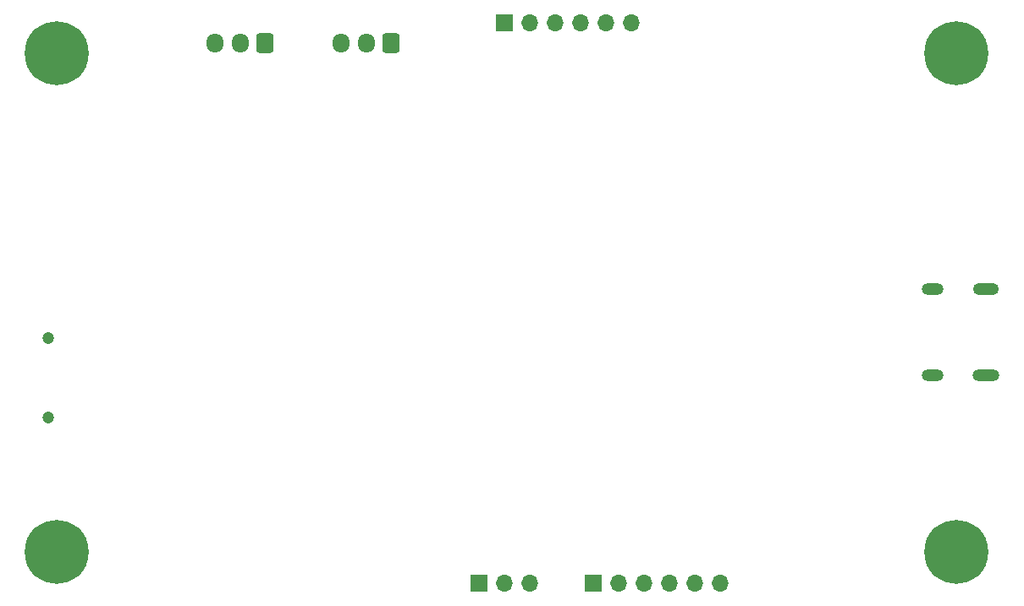
<source format=gbr>
%TF.GenerationSoftware,KiCad,Pcbnew,(7.0.0)*%
%TF.CreationDate,2023-05-17T20:16:57-03:00*%
%TF.ProjectId,d3vk1t,6433766b-3174-42e6-9b69-6361645f7063,rev?*%
%TF.SameCoordinates,Original*%
%TF.FileFunction,Soldermask,Bot*%
%TF.FilePolarity,Negative*%
%FSLAX46Y46*%
G04 Gerber Fmt 4.6, Leading zero omitted, Abs format (unit mm)*
G04 Created by KiCad (PCBNEW (7.0.0)) date 2023-05-17 20:16:57*
%MOMM*%
%LPD*%
G01*
G04 APERTURE LIST*
G04 Aperture macros list*
%AMRoundRect*
0 Rectangle with rounded corners*
0 $1 Rounding radius*
0 $2 $3 $4 $5 $6 $7 $8 $9 X,Y pos of 4 corners*
0 Add a 4 corners polygon primitive as box body*
4,1,4,$2,$3,$4,$5,$6,$7,$8,$9,$2,$3,0*
0 Add four circle primitives for the rounded corners*
1,1,$1+$1,$2,$3*
1,1,$1+$1,$4,$5*
1,1,$1+$1,$6,$7*
1,1,$1+$1,$8,$9*
0 Add four rect primitives between the rounded corners*
20,1,$1+$1,$2,$3,$4,$5,0*
20,1,$1+$1,$4,$5,$6,$7,0*
20,1,$1+$1,$6,$7,$8,$9,0*
20,1,$1+$1,$8,$9,$2,$3,0*%
G04 Aperture macros list end*
%ADD10R,1.700000X1.700000*%
%ADD11O,1.700000X1.700000*%
%ADD12C,0.800000*%
%ADD13C,6.400000*%
%ADD14RoundRect,0.250000X0.600000X0.725000X-0.600000X0.725000X-0.600000X-0.725000X0.600000X-0.725000X0*%
%ADD15O,1.700000X1.950000*%
%ADD16O,2.200000X1.200000*%
%ADD17O,2.700000X1.200000*%
%ADD18O,2.600000X1.200000*%
%ADD19C,1.200000*%
G04 APERTURE END LIST*
D10*
%TO.C,J1*%
X147319999Y-127099999D03*
D11*
X149859999Y-127099999D03*
X152399999Y-127099999D03*
%TD*%
D12*
%TO.C,H4*%
X102600000Y-124000000D03*
X103302944Y-122302944D03*
X103302944Y-125697056D03*
X105000000Y-121600000D03*
D13*
X105000000Y-124000000D03*
D12*
X105000000Y-126400000D03*
X106697056Y-122302944D03*
X106697056Y-125697056D03*
X107400000Y-124000000D03*
%TD*%
D14*
%TO.C,J4*%
X138500000Y-73000000D03*
D15*
X135999999Y-72999999D03*
X133499999Y-72999999D03*
%TD*%
D16*
%TO.C,X1*%
X192639999Y-106319999D03*
X192639999Y-97679999D03*
D17*
X197999999Y-106319999D03*
D18*
X197999999Y-97679999D03*
%TD*%
D10*
%TO.C,J3*%
X149849999Y-70999999D03*
D11*
X152389999Y-70999999D03*
X154929999Y-70999999D03*
X157469999Y-70999999D03*
X160009999Y-70999999D03*
X162549999Y-70999999D03*
%TD*%
D19*
%TO.C,X2*%
X104150000Y-102525000D03*
X104150000Y-110525000D03*
%TD*%
D12*
%TO.C,H2*%
X192600000Y-74000000D03*
X193302944Y-72302944D03*
X193302944Y-75697056D03*
X195000000Y-71600000D03*
D13*
X195000000Y-74000000D03*
D12*
X195000000Y-76400000D03*
X196697056Y-72302944D03*
X196697056Y-75697056D03*
X197400000Y-74000000D03*
%TD*%
%TO.C,H3*%
X192600000Y-124000000D03*
X193302944Y-122302944D03*
X193302944Y-125697056D03*
X195000000Y-121600000D03*
D13*
X195000000Y-124000000D03*
D12*
X195000000Y-126400000D03*
X196697056Y-122302944D03*
X196697056Y-125697056D03*
X197400000Y-124000000D03*
%TD*%
D14*
%TO.C,J5*%
X125900000Y-73000000D03*
D15*
X123399999Y-72999999D03*
X120899999Y-72999999D03*
%TD*%
D10*
%TO.C,J2*%
X158699999Y-127099999D03*
D11*
X161239999Y-127099999D03*
X163779999Y-127099999D03*
X166319999Y-127099999D03*
X168859999Y-127099999D03*
X171399999Y-127099999D03*
%TD*%
D12*
%TO.C,H1*%
X102600000Y-74000000D03*
X103302944Y-72302944D03*
X103302944Y-75697056D03*
X105000000Y-71600000D03*
D13*
X105000000Y-74000000D03*
D12*
X105000000Y-76400000D03*
X106697056Y-72302944D03*
X106697056Y-75697056D03*
X107400000Y-74000000D03*
%TD*%
M02*

</source>
